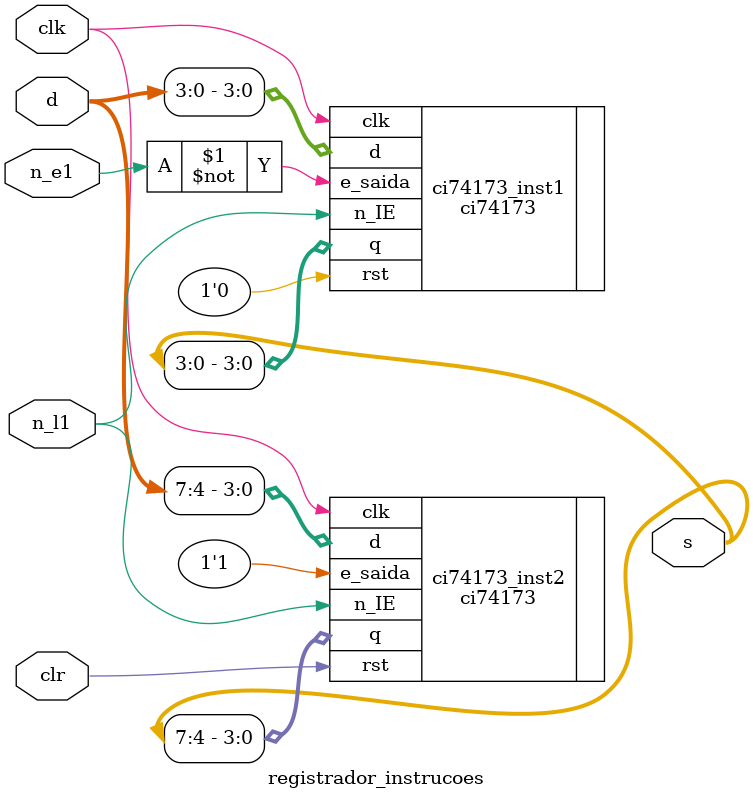
<source format=v>
module registrador_instrucoes (
  input [7:0] d,
  input clk,
  input clr,
  input n_e1,
  input n_l1,
  output [7:0] s
);
  
  ci74173 ci74173_inst1 (
    .d(d[3:0]),
    .clk(clk),
    .rst(1'b0),
    .n_IE(n_l1),
    .e_saida(~n_e1),
    .q(s[3:0])
  );

  ci74173 ci74173_inst2 (
    .d(d[7:4]),
    .clk(clk),
    .rst(clr),
    .n_IE(n_l1),
    .e_saida(1'b1),
    .q(s[7:4])
  );
endmodule 

</source>
